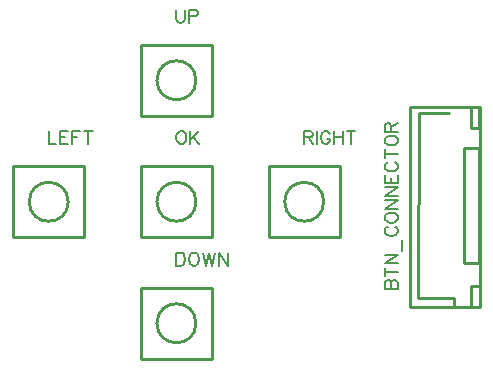
<source format=gto>
G04 Layer: TopSilkscreenLayer*
G04 EasyEDA v6.5.40, 2024-04-09 13:00:43*
G04 4fed56741cb74346b3e77f28756fcebd,df7e7e3c38a3447abd37b529b333d242,10*
G04 Gerber Generator version 0.2*
G04 Scale: 100 percent, Rotated: No, Reflected: No *
G04 Dimensions in millimeters *
G04 leading zeros omitted , absolute positions ,4 integer and 5 decimal *
%FSLAX45Y45*%
%MOMM*%

%ADD10C,0.1524*%
%ADD11C,0.2540*%

%LPD*%
D10*
X2717794Y7557503D02*
G01*
X2717794Y7448537D01*
X2717794Y7557503D02*
G01*
X2754116Y7557503D01*
X2769864Y7552423D01*
X2780024Y7542009D01*
X2785358Y7531595D01*
X2790438Y7515847D01*
X2790438Y7489939D01*
X2785358Y7474445D01*
X2780024Y7464031D01*
X2769864Y7453617D01*
X2754116Y7448537D01*
X2717794Y7448537D01*
X2855970Y7557503D02*
G01*
X2845556Y7552423D01*
X2835142Y7542009D01*
X2830062Y7531595D01*
X2824728Y7515847D01*
X2824728Y7489939D01*
X2830062Y7474445D01*
X2835142Y7464031D01*
X2845556Y7453617D01*
X2855970Y7448537D01*
X2876798Y7448537D01*
X2887212Y7453617D01*
X2897626Y7464031D01*
X2902706Y7474445D01*
X2908040Y7489939D01*
X2908040Y7515847D01*
X2902706Y7531595D01*
X2897626Y7542009D01*
X2887212Y7552423D01*
X2876798Y7557503D01*
X2855970Y7557503D01*
X2942330Y7557503D02*
G01*
X2968238Y7448537D01*
X2994146Y7557503D02*
G01*
X2968238Y7448537D01*
X2994146Y7557503D02*
G01*
X3020054Y7448537D01*
X3046216Y7557503D02*
G01*
X3020054Y7448537D01*
X3080506Y7557503D02*
G01*
X3080506Y7448537D01*
X3080506Y7557503D02*
G01*
X3153150Y7448537D01*
X3153150Y7557503D02*
G01*
X3153150Y7448537D01*
X1636097Y8586215D02*
G01*
X1636097Y8477250D01*
X1636097Y8477250D02*
G01*
X1698327Y8477250D01*
X1732617Y8586215D02*
G01*
X1732617Y8477250D01*
X1732617Y8586215D02*
G01*
X1800181Y8586215D01*
X1732617Y8534400D02*
G01*
X1774273Y8534400D01*
X1732617Y8477250D02*
G01*
X1800181Y8477250D01*
X1834471Y8586215D02*
G01*
X1834471Y8477250D01*
X1834471Y8586215D02*
G01*
X1902035Y8586215D01*
X1834471Y8534400D02*
G01*
X1876127Y8534400D01*
X1972647Y8586215D02*
G01*
X1972647Y8477250D01*
X1936325Y8586215D02*
G01*
X2009223Y8586215D01*
X2749036Y8586215D02*
G01*
X2738622Y8581136D01*
X2728208Y8570721D01*
X2722874Y8560308D01*
X2717794Y8544560D01*
X2717794Y8518652D01*
X2722874Y8503158D01*
X2728208Y8492744D01*
X2738622Y8482329D01*
X2749036Y8477250D01*
X2769864Y8477250D01*
X2780024Y8482329D01*
X2790438Y8492744D01*
X2795772Y8503158D01*
X2800852Y8518652D01*
X2800852Y8544560D01*
X2795772Y8560308D01*
X2790438Y8570721D01*
X2780024Y8581136D01*
X2769864Y8586215D01*
X2749036Y8586215D01*
X2835142Y8586215D02*
G01*
X2835142Y8477250D01*
X2908040Y8586215D02*
G01*
X2835142Y8513571D01*
X2861304Y8539479D02*
G01*
X2908040Y8477250D01*
X3799492Y8586200D02*
G01*
X3799492Y8477234D01*
X3799492Y8586200D02*
G01*
X3846228Y8586200D01*
X3861722Y8581120D01*
X3867056Y8575786D01*
X3872136Y8565372D01*
X3872136Y8554958D01*
X3867056Y8544544D01*
X3861722Y8539464D01*
X3846228Y8534384D01*
X3799492Y8534384D01*
X3835814Y8534384D02*
G01*
X3872136Y8477234D01*
X3906426Y8586200D02*
G01*
X3906426Y8477234D01*
X4018694Y8560292D02*
G01*
X4013614Y8570706D01*
X4003200Y8581120D01*
X3992786Y8586200D01*
X3971958Y8586200D01*
X3961544Y8581120D01*
X3951130Y8570706D01*
X3946050Y8560292D01*
X3940716Y8544544D01*
X3940716Y8518636D01*
X3946050Y8503142D01*
X3951130Y8492728D01*
X3961544Y8482314D01*
X3971958Y8477234D01*
X3992786Y8477234D01*
X4003200Y8482314D01*
X4013614Y8492728D01*
X4018694Y8503142D01*
X4018694Y8518636D01*
X3992786Y8518636D02*
G01*
X4018694Y8518636D01*
X4052984Y8586200D02*
G01*
X4052984Y8477234D01*
X4125882Y8586200D02*
G01*
X4125882Y8477234D01*
X4052984Y8534384D02*
G01*
X4125882Y8534384D01*
X4196494Y8586200D02*
G01*
X4196494Y8477234D01*
X4160172Y8586200D02*
G01*
X4232816Y8586200D01*
X2717794Y9614915D02*
G01*
X2717794Y9536937D01*
X2722874Y9521444D01*
X2733288Y9511029D01*
X2749036Y9505950D01*
X2759450Y9505950D01*
X2774944Y9511029D01*
X2785358Y9521444D01*
X2790438Y9536937D01*
X2790438Y9614915D01*
X2824728Y9614915D02*
G01*
X2824728Y9505950D01*
X2824728Y9614915D02*
G01*
X2871464Y9614915D01*
X2887212Y9609836D01*
X2892292Y9604502D01*
X2897626Y9594087D01*
X2897626Y9578594D01*
X2892292Y9568179D01*
X2887212Y9563100D01*
X2871464Y9557765D01*
X2824728Y9557765D01*
X4482084Y7251700D02*
G01*
X4591050Y7251700D01*
X4482084Y7251700D02*
G01*
X4482084Y7298436D01*
X4487163Y7313929D01*
X4492497Y7319263D01*
X4502911Y7324344D01*
X4513325Y7324344D01*
X4523740Y7319263D01*
X4528820Y7313929D01*
X4533900Y7298436D01*
X4533900Y7251700D02*
G01*
X4533900Y7298436D01*
X4539234Y7313929D01*
X4544313Y7319263D01*
X4554727Y7324344D01*
X4570475Y7324344D01*
X4580890Y7319263D01*
X4585970Y7313929D01*
X4591050Y7298436D01*
X4591050Y7251700D01*
X4482084Y7395210D02*
G01*
X4591050Y7395210D01*
X4482084Y7358634D02*
G01*
X4482084Y7431531D01*
X4482084Y7465821D02*
G01*
X4591050Y7465821D01*
X4482084Y7465821D02*
G01*
X4591050Y7538465D01*
X4482084Y7538465D02*
G01*
X4591050Y7538465D01*
X4627625Y7572755D02*
G01*
X4627625Y7666228D01*
X4507991Y7778495D02*
G01*
X4497577Y7773415D01*
X4487163Y7763002D01*
X4482084Y7752587D01*
X4482084Y7731760D01*
X4487163Y7721345D01*
X4497577Y7710931D01*
X4507991Y7705852D01*
X4523740Y7700518D01*
X4549647Y7700518D01*
X4565141Y7705852D01*
X4575556Y7710931D01*
X4585970Y7721345D01*
X4591050Y7731760D01*
X4591050Y7752587D01*
X4585970Y7763002D01*
X4575556Y7773415D01*
X4565141Y7778495D01*
X4482084Y7844028D02*
G01*
X4487163Y7833613D01*
X4497577Y7823200D01*
X4507991Y7818120D01*
X4523740Y7812786D01*
X4549647Y7812786D01*
X4565141Y7818120D01*
X4575556Y7823200D01*
X4585970Y7833613D01*
X4591050Y7844028D01*
X4591050Y7864855D01*
X4585970Y7875270D01*
X4575556Y7885429D01*
X4565141Y7890763D01*
X4549647Y7895844D01*
X4523740Y7895844D01*
X4507991Y7890763D01*
X4497577Y7885429D01*
X4487163Y7875270D01*
X4482084Y7864855D01*
X4482084Y7844028D01*
X4482084Y7930134D02*
G01*
X4591050Y7930134D01*
X4482084Y7930134D02*
G01*
X4591050Y8003031D01*
X4482084Y8003031D02*
G01*
X4591050Y8003031D01*
X4482084Y8037321D02*
G01*
X4591050Y8037321D01*
X4482084Y8037321D02*
G01*
X4591050Y8109965D01*
X4482084Y8109965D02*
G01*
X4591050Y8109965D01*
X4482084Y8144255D02*
G01*
X4591050Y8144255D01*
X4482084Y8144255D02*
G01*
X4482084Y8211820D01*
X4533900Y8144255D02*
G01*
X4533900Y8185912D01*
X4591050Y8144255D02*
G01*
X4591050Y8211820D01*
X4507991Y8324087D02*
G01*
X4497577Y8318754D01*
X4487163Y8308339D01*
X4482084Y8298179D01*
X4482084Y8277352D01*
X4487163Y8266937D01*
X4497577Y8256523D01*
X4507991Y8251189D01*
X4523740Y8246110D01*
X4549647Y8246110D01*
X4565141Y8251189D01*
X4575556Y8256523D01*
X4585970Y8266937D01*
X4591050Y8277352D01*
X4591050Y8298179D01*
X4585970Y8308339D01*
X4575556Y8318754D01*
X4565141Y8324087D01*
X4482084Y8394700D02*
G01*
X4591050Y8394700D01*
X4482084Y8358378D02*
G01*
X4482084Y8431021D01*
X4482084Y8496554D02*
G01*
X4487163Y8486139D01*
X4497577Y8475726D01*
X4507991Y8470645D01*
X4523740Y8465312D01*
X4549647Y8465312D01*
X4565141Y8470645D01*
X4575556Y8475726D01*
X4585970Y8486139D01*
X4591050Y8496554D01*
X4591050Y8517381D01*
X4585970Y8527795D01*
X4575556Y8538210D01*
X4565141Y8543289D01*
X4549647Y8548370D01*
X4523740Y8548370D01*
X4507991Y8543289D01*
X4497577Y8538210D01*
X4487163Y8527795D01*
X4482084Y8517381D01*
X4482084Y8496554D01*
X4482084Y8582660D02*
G01*
X4591050Y8582660D01*
X4482084Y8582660D02*
G01*
X4482084Y8629650D01*
X4487163Y8645144D01*
X4492497Y8650224D01*
X4502911Y8655558D01*
X4513325Y8655558D01*
X4523740Y8650224D01*
X4528820Y8645144D01*
X4533900Y8629650D01*
X4533900Y8582660D01*
X4533900Y8619236D02*
G01*
X4591050Y8655558D01*
D11*
X2417795Y7259586D02*
G01*
X3017794Y7259586D01*
X2417795Y6659587D02*
G01*
X2417795Y7259586D01*
X3017794Y6659587D02*
G01*
X3017794Y7259586D01*
X2417795Y6659587D02*
G01*
X3017794Y6659587D01*
X1336098Y8288299D02*
G01*
X1936097Y8288299D01*
X1336098Y7688300D02*
G01*
X1336098Y8288299D01*
X1936097Y7688300D02*
G01*
X1936097Y8288299D01*
X1336098Y7688300D02*
G01*
X1936097Y7688300D01*
X2417795Y8288299D02*
G01*
X3017794Y8288299D01*
X2417795Y7688300D02*
G01*
X2417795Y8288299D01*
X3017794Y7688300D02*
G01*
X3017794Y8288299D01*
X2417795Y7688300D02*
G01*
X3017794Y7688300D01*
X3499492Y8288284D02*
G01*
X4099491Y8288284D01*
X3499492Y7688285D02*
G01*
X3499492Y8288284D01*
X4099491Y7688285D02*
G01*
X4099491Y8288284D01*
X3499492Y7688285D02*
G01*
X4099491Y7688285D01*
X2417795Y9316999D02*
G01*
X3017794Y9316999D01*
X2417795Y8717000D02*
G01*
X2417795Y9316999D01*
X3017794Y8717000D02*
G01*
X3017794Y9316999D01*
X2417795Y8717000D02*
G01*
X3017794Y8717000D01*
X5029200Y8737600D02*
G01*
X5029200Y8737600D01*
X4775200Y8737600D01*
X4763211Y7174229D01*
X5064556Y7174229D01*
X5067731Y7105878D01*
X4692650Y7093610D02*
G01*
X4692650Y8793606D01*
X5287441Y8793606D01*
X5287441Y7093610D01*
X4692650Y7093610D01*
X5211470Y7098461D02*
G01*
X5211470Y7278370D01*
X5285562Y7278370D01*
X5285562Y7098461D01*
X5211470Y7098461D01*
X5156200Y7467600D02*
G01*
X5156200Y8447608D01*
X5281879Y8447608D01*
X5281879Y7467600D01*
X5156200Y7467600D01*
X5209209Y8610600D02*
G01*
X5209209Y8790508D01*
X5283301Y8790508D01*
X5283301Y8610600D01*
X5209209Y8610600D01*
G75*
G01
X2882900Y6959575D02*
G03X2882900Y6959575I-165100J0D01*
G75*
G01
X1801190Y7988300D02*
G03X1801190Y7988300I-165100J0D01*
G75*
G01
X2882900Y7988300D02*
G03X2882900Y7988300I-165100J0D01*
G75*
G01
X3964584Y7988275D02*
G03X3964584Y7988275I-165100J0D01*
G75*
G01
X2882900Y9017000D02*
G03X2882900Y9017000I-165100J0D01*
M02*

</source>
